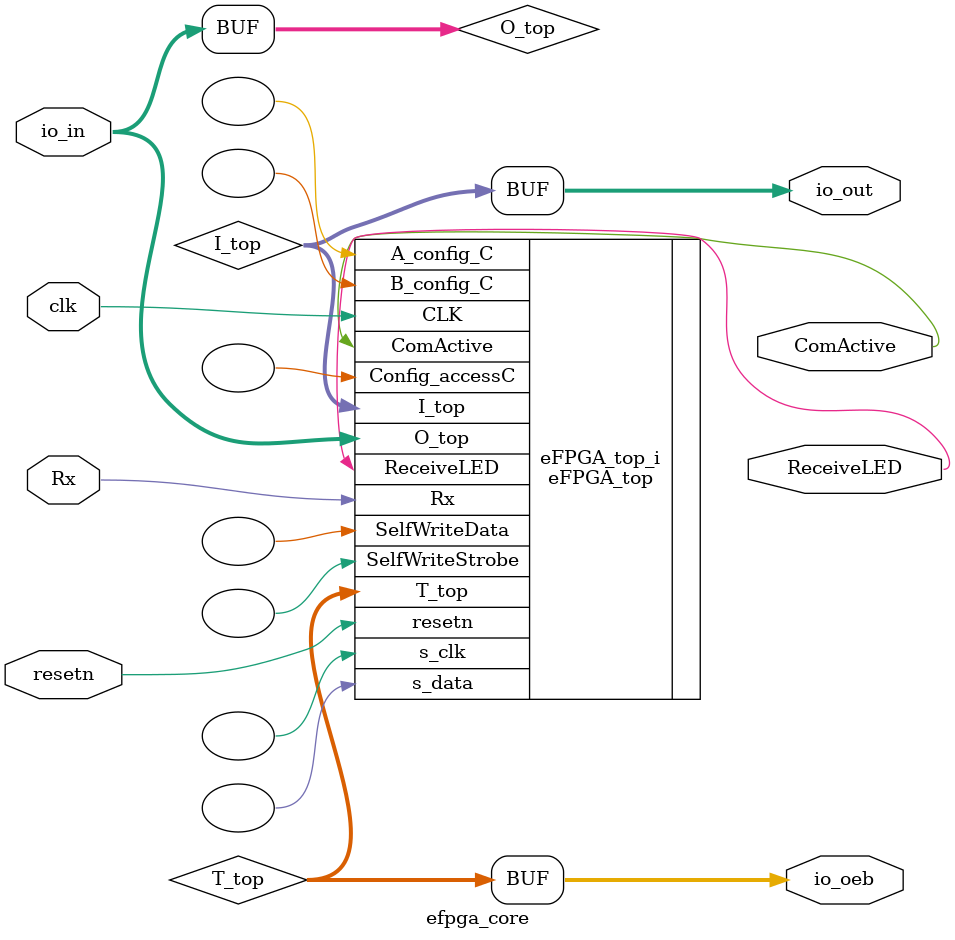
<source format=v>
`default_nettype none


module efpga_core (
`ifdef USE_POWER_PINS
    inout vccd1,  // User area 1 1.8V supply
    inout vssd1,  // User area 1 digital ground
`endif

    // IOs
    /* verilator lint_off UNUSEDSIGNAL*/
    input  [27:0] io_in,
    output [27:0] io_out,
    output [27:0] io_oeb,
    /* verilator lint_off UNUSEDSIGNAL*/

    input clk,
    input resetn,

    input Rx,
    output ComActive,
    output ReceiveLED

);

	assign O_top = io_in;
	assign io_out = I_top;
	assign io_oeb = T_top;


    /* verilator lint_off UNUSEDSIGNAL*/
    wire [27:0] I_top;
    wire [27:0] T_top;
    wire [27:0] O_top;
    /* verilator lint_off UNUSEDSIGNAL*/


    eFPGA_top eFPGA_top_i (
`ifdef USE_POWER_PINS
        .vccd1(vccd1),  // User area 1 1.8V supply
        .vssd1(vssd1),  // User area 1 digital ground
`endif
        .CLK(clk),
        .resetn(resetn),
        /* verilator lint_off PINCONNECTEMPTY */
        .SelfWriteStrobe(),
        .SelfWriteData(),
        /* verilator lint_on PINCONNECTEMPTY */
        .Rx(Rx),
        .ComActive(ComActive),
        .ReceiveLED(ReceiveLED),
        /* verilator lint_off PINCONNECTEMPTY */
        .s_clk(),
        .s_data(),
        .A_config_C(),
        .B_config_C(),
        .Config_accessC(),
        /* verilator lint_on PINCONNECTEMPTY */
        .I_top(I_top),
        .O_top(O_top),
        .T_top(T_top)
    );


endmodule

`default_nettype wire


</source>
